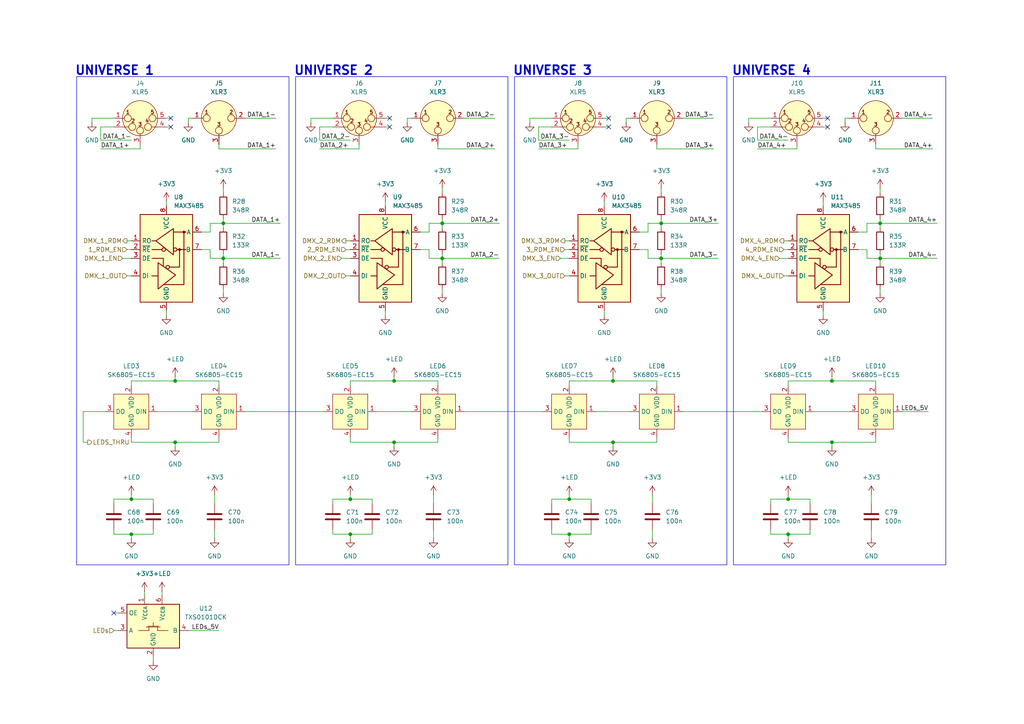
<source format=kicad_sch>
(kicad_sch (version 20250114) (generator "eeschema") (generator_version "9.0")
  (paper "A4")
  (title_block (title "GrandNA3_4Port_Node"))
  (lib_symbols
    (symbol "Connector_Audio:XLR3" (pin_names (hide yes))
      (property "Reference" "J" (at 0 8.89 0))
      (property "Value" "XLR3" (at 0 6.35 0))
      (symbol "XLR3_0_1"
        (polyline (pts (xy -5.08 0) (xy -4.572 0)))
        (circle (center -3.556 0) (radius 1.016))
        (circle (center 0 0) (radius 5.08) (fill (type background)))
        (circle (center 0 -3.556) (radius 1.016))
        (polyline (pts (xy 0 -5.08) (xy 0 -4.572)))
        (circle (center 3.556 0) (radius 1.016))
        (polyline (pts (xy 5.08 0) (xy 4.572 0)))
        (text "1" (at -3.556 1.778 0) (effects (font (size 1.016 1.016) (bold yes))))
        (text "3" (at 0 -1.778 0) (effects (font (size 1.016 1.016) (bold yes))))
        (text "2" (at 3.556 1.778 0) (effects (font (size 1.016 1.016) (bold yes))))
        (pin passive line (at -7.62 0 0) (length 2.54) (name "~") (number "1"))
        (pin passive line (at 0 -7.62 90) (length 2.54) (name "~") (number "3"))
        (pin passive line (at 7.62 0 180) (length 2.54) (name "~") (number "2"))
      )
    )
    (symbol "Connector_Audio:XLR5" (pin_names (hide yes))
      (property "Reference" "J" (at 0 8.89 0))
      (property "Value" "XLR5" (at 0 6.35 0))
      (symbol "XLR5_0_1"
        (polyline (pts (xy -5.08 0) (xy -4.572 0)))
        (polyline (pts (xy -5.08 -2.54) (xy -4.445 -2.54)))
        (polyline (pts (xy -4.572 -2.54) (xy -3.302 -2.54)))
        (circle (center -3.556 0) (radius 1.016))
        (circle (center -2.286 -2.54) (radius 1.016))
        (circle (center 0 0) (radius 5.08) (fill (type background)))
        (circle (center 0 -3.556) (radius 1.016))
        (polyline (pts (xy 0 -5.08) (xy 0 -4.572)))
        (circle (center 2.286 -2.54) (radius 1.016))
        (circle (center 3.556 0) (radius 1.016))
        (polyline (pts (xy 4.572 -2.54) (xy 3.302 -2.54)))
        (polyline (pts (xy 5.08 0) (xy 4.572 0)))
        (polyline (pts (xy 5.08 -2.54) (xy 4.445 -2.54)))
        (text "1" (at -3.556 1.778 0) (effects (font (size 1.016 1.016) (bold yes))))
        (text "2" (at -2.032 -0.762 0) (effects (font (size 1.016 1.016) (bold yes))))
        (text "3" (at 0 -1.778 0) (effects (font (size 1.016 1.016) (bold yes))))
        (text "4" (at 2.032 -0.762 0) (effects (font (size 1.016 1.016) (bold yes))))
        (text "5" (at 3.556 1.778 0) (effects (font (size 1.016 1.016) (bold yes))))
      )
      (symbol "XLR5_1_1"
        (pin passive line (at -7.62 0 0) (length 2.54) (name "P1") (number "1"))
        (pin passive line (at -7.62 -2.54 0) (length 2.54) (name "P2") (number "2"))
        (pin passive line (at 0 -7.62 90) (length 2.54) (name "P3") (number "3"))
        (pin passive line (at 7.62 0 180) (length 2.54) (name "P5") (number "5"))
        (pin passive line (at 7.62 -2.54 180) (length 2.54) (name "P3") (number "4"))
      )
    )
    (symbol "Device:C" (pin_numbers (hide yes)) (pin_names (offset 0.254))
      (property "Reference" "C" (at 0.635 2.54 0))
      (property "Value" "C" (at 0.635 -2.54 0))
      (symbol "C_0_1"
        (polyline (pts (xy -2.032 0.762) (xy 2.032 0.762)) (stroke (width 0.508)))
        (polyline (pts (xy -2.032 -0.762) (xy 2.032 -0.762)) (stroke (width 0.508)))
      )
      (symbol "C_1_1"
        (pin passive line (at 0 3.81 270) (length 2.794) (name "~") (number "1"))
        (pin passive line (at 0 -3.81 90) (length 2.794) (name "~") (number "2"))
      )
    )
    (symbol "Device:R" (pin_numbers (hide yes)) (pin_names (offset 0))
      (property "Reference" "R" (at 2.032 0 90))
      (property "Value" "R" (at 0 0 90))
      (symbol "R_0_1"
        (rectangle (start -1.016 -2.54) (end 1.016 2.54) (stroke (width 0.254)))
      )
      (symbol "R_1_1"
        (pin passive line (at 0 3.81 270) (length 1.27) (name "~") (number "1"))
        (pin passive line (at 0 -3.81 90) (length 1.27) (name "~") (number "2"))
      )
    )
    (symbol "Interface_UART:MAX3485"
      (property "Reference" "U" (at -6.985 13.97 0))
      (property "Value" "MAX3485" (at 1.905 13.97 0))
      (symbol "MAX3485_0_1"
        (rectangle (start -7.62 12.7) (end 7.62 -12.7) (stroke (width 0.254)) (fill (type background)))
        (polyline (pts (xy -4.191 2.54) (xy -1.27 2.54)) (stroke (width 0.254)))
        (polyline (pts (xy -4.191 0) (xy -0.889 0) (xy -0.889 -2.286)) (stroke (width 0.254)))
        (polyline (pts (xy -3.175 5.08) (xy -4.191 5.08) (xy -4.064 5.08)) (stroke (width 0.254)))
        (polyline (pts (xy -2.54 -5.08) (xy -4.191 -5.08)) (stroke (width 0.254)))
        (polyline (pts (xy -2.413 -5.08) (xy -2.413 -1.27) (xy 2.667 -4.826) (xy -2.413 -8.89) (xy -2.413 -5.08)) (stroke (width 0.254)))
        (polyline (pts (xy -0.635 -7.62) (xy 5.08 -7.62)) (stroke (width 0.254)))
        (circle (center 0.381 -2.54) (radius 0.508) (stroke (width 0.254)))
        (polyline (pts (xy 0.889 -2.54) (xy 3.81 -2.54)) (stroke (width 0.254)))
        (polyline (pts (xy 2.032 7.62) (xy 5.715 7.62)) (stroke (width 0.254)))
        (polyline (pts (xy 3.048 2.54) (xy 5.715 2.54)) (stroke (width 0.254)))
        (circle (center 3.81 2.54) (radius 0.2794) (stroke (width 0.254)) (fill (type outline)))
        (polyline (pts (xy 3.81 -2.54) (xy 3.81 2.54)) (stroke (width 0.254)))
        (polyline (pts (xy 5.08 -7.62) (xy 5.08 7.62)) (stroke (width 0.254)))
      )
      (symbol "MAX3485_1_1"
        (circle (center -0.762 2.54) (radius 0.508) (stroke (width 0.254)))
        (polyline (pts (xy 2.032 4.826) (xy 2.032 8.636) (xy -3.048 5.08) (xy 2.032 1.016) (xy 2.032 4.826)) (stroke (width 0.254)))
        (circle (center 2.54 2.54) (radius 0.508) (stroke (width 0.254)))
        (circle (center 5.08 7.62) (radius 0.2794) (stroke (width 0.254)) (fill (type outline)))
        (pin output line (at -10.16 5.08 0) (length 2.54) (name "RO") (number "1"))
        (pin input line (at -10.16 2.54 0) (length 2.54) (name "~{RE}") (number "2"))
        (pin input line (at -10.16 0 0) (length 2.54) (name "DE") (number "3"))
        (pin input line (at -10.16 -5.08 0) (length 2.54) (name "DI") (number "4"))
        (pin power_in line (at 0 15.24 270) (length 2.54) (name "VCC") (number "8"))
        (pin power_in line (at 0 -15.24 90) (length 2.54) (name "GND") (number "5"))
        (pin bidirectional line (at 10.16 7.62 180) (length 2.54) (name "A") (number "6"))
        (pin bidirectional line (at 10.16 2.54 180) (length 2.54) (name "B") (number "7"))
      )
    )
    (symbol "LCSC:SK6805-EC15"
      (property "Reference" "LED" (at -6.35 7.112 0))
      (property "Value" "SK6805-EC15" (at 0 -6.35 0))
      (symbol "SK6805-EC15_0_1"
        (rectangle (start -5.08 5.08) (end 5.08 -5.08) (fill (type background)))
        (pin unspecified line (at -7.62 0 0) (length 2.54) (name "DIN") (number "1"))
        (pin unspecified line (at 0 7.62 270) (length 2.54) (name "VDD") (number "2"))
        (pin unspecified line (at 0 -7.62 90) (length 2.54) (name "GND") (number "4"))
      )
      (symbol "SK6805-EC15_1_1"
        (pin unspecified line (at 7.62 0 180) (length 2.54) (name "DO") (number "3"))
      )
    )
    (symbol "Logic_LevelTranslator:TXS0101DCK"
      (property "Reference" "U12" (at 15.24 8.9602 0))
      (property "Value" "TXS0101DCK" (at 15.24 6.4202 0))
      (symbol "TXS0101DCK_0_1"
        (rectangle (start -7.62 10.16) (end 7.62 -2.54) (stroke (width 0.254)) (fill (type background)))
      )
      (symbol "TXS0101DCK_1_1"
        (polyline (pts (xy -4.318 2.54) (xy -1.27 2.54)))
        (polyline (pts (xy -2.032 3.556) (xy 2.032 3.556)))
        (polyline (pts (xy -1.524 3.81) (xy 1.524 3.81)))
        (polyline (pts (xy -1.27 2.54) (xy -1.27 3.556)))
        (polyline (pts (xy 0 3.81) (xy 0 4.826)))
        (polyline (pts (xy 1.27 2.54) (xy 1.27 3.556)))
        (polyline (pts (xy 4.318 2.54) (xy 1.27 2.54)))
        (pin input line (at -10.16 7.62 0) (length 2.54) (name "OE") (number "5"))
        (pin bidirectional line (at -10.16 2.54 0) (length 2.54) (name "A") (number "3"))
        (pin power_in line (at -2.54 12.7 270) (length 2.54) (name "V_{CCA}") (number "1"))
        (pin power_in line (at 0 -5.08 90) (length 2.54) (name "GND") (number "2"))
        (pin power_in line (at 2.54 12.7 270) (length 2.54) (name "V_{CCB}") (number "6"))
        (pin bidirectional line (at 10.16 2.54 180) (length 2.54) (name "B") (number "4"))
      )
    )
    (symbol "power:+3V3" (power) (pin_numbers (hide yes)) (pin_names (offset 0) (hide yes))
      (property "Value" "+3V3" (at 0 3.556 0))
      (symbol "+3V3_0_1"
        (polyline (pts (xy -0.762 1.27) (xy 0 2.54)))
        (polyline (pts (xy 0 2.54) (xy 0.762 1.27)))
        (polyline (pts (xy 0 0) (xy 0 2.54)))
      )
      (symbol "+3V3_1_1"
        (pin power_in line (at 0 0 90) (length 0) (name "~") (number "1"))
      )
    )
    (symbol "power:GND" (power) (pin_numbers (hide yes)) (pin_names (offset 0) (hide yes))
      (property "Value" "GND" (at 0 -3.81 0))
      (symbol "GND_0_1"
        (polyline (pts (xy 0 0) (xy 0 -1.27) (xy 1.27 -1.27) (xy 0 -2.54) (xy -1.27 -1.27) (xy 0 -1.27)))
      )
      (symbol "GND_1_1"
        (pin power_in line (at 0 0 270) (length 0) (name "~") (number "1"))
      )
    )
    (symbol "power:VD" (power) (pin_numbers (hide yes)) (pin_names (offset 0) (hide yes))
      (property "Value" "VD" (at 0 3.556 0))
      (symbol "VD_0_1"
        (polyline (pts (xy -0.762 1.27) (xy 0 2.54)))
        (polyline (pts (xy 0 2.54) (xy 0.762 1.27)))
        (polyline (pts (xy 0 0) (xy 0 2.54)))
      )
      (symbol "VD_1_1"
        (pin power_in line (at 0 0 90) (length 0) (name "~") (number "1"))
      )
    )
  )
  (rectangle (start 22.225 22.225) (end 83.82 163.83))
  (rectangle (start 149.225 22.225) (end 210.82 163.83))
  (rectangle (start 85.725 22.225) (end 147.32 163.83))
  (rectangle (start 212.725 22.225) (end 274.32 163.83))
  (text "UNIVERSE 1" (at 33.274 20.574 0) (effects (font (size 2.54 2.54) (thickness 0.508) (bold yes))))
  (text "UNIVERSE 3" (at 160.274 20.574 0) (effects (font (size 2.54 2.54) (thickness 0.508) (bold yes))))
  (text "UNIVERSE 4" (at 223.774 20.574 0) (effects (font (size 2.54 2.54) (thickness 0.508) (bold yes))))
  (text "UNIVERSE 2" (at 96.774 20.574 0) (effects (font (size 2.54 2.54) (thickness 0.508) (bold yes))))
  (junction (at 241.3 110.49))
  (junction (at 50.8 110.49))
  (junction (at 128.27 64.77))
  (junction (at 177.8 128.27))
  (junction (at 38.1 144.78))
  (junction (at 64.77 64.77))
  (junction (at 101.6 154.94))
  (junction (at 165.1 154.94))
  (junction (at 101.6 144.78))
  (junction (at 255.27 74.93))
  (junction (at 191.77 74.93))
  (junction (at 50.8 128.27))
  (junction (at 128.27 74.93))
  (junction (at 255.27 64.77))
  (junction (at 64.77 74.93))
  (junction (at 114.3 110.49))
  (junction (at 38.1 154.94))
  (junction (at 177.8 110.49))
  (junction (at 228.6 154.94))
  (junction (at 114.3 128.27))
  (junction (at 191.77 64.77))
  (junction (at 228.6 144.78))
  (junction (at 165.1 144.78))
  (junction (at 241.3 128.27))
  (no_connect (at 176.53 34.29))
  (no_connect (at 240.03 34.29))
  (no_connect (at 33.02 177.8))
  (no_connect (at 49.53 36.83))
  (no_connect (at 176.53 36.83))
  (no_connect (at 113.03 34.29))
  (no_connect (at 49.53 34.29))
  (no_connect (at 113.03 36.83))
  (no_connect (at 240.03 36.83))
  (wire (pts (xy 165.1 128.27) (xy 165.1 127)))
  (wire (pts (xy 38.1 154.94) (xy 44.45 154.94)))
  (wire (pts (xy 96.52 154.94) (xy 101.6 154.94)))
  (wire (pts (xy 191.77 85.09) (xy 191.77 83.82)))
  (wire (pts (xy 191.77 64.77) (xy 208.28 64.77)))
  (wire (pts (xy 241.3 109.22) (xy 241.3 110.49)))
  (wire (pts (xy 111.76 34.29) (xy 113.03 34.29)))
  (wire (pts (xy 248.92 72.39) (xy 251.46 72.39)))
  (wire (pts (xy 60.96 64.77) (xy 64.77 64.77)))
  (wire (pts (xy 54.61 34.29) (xy 55.88 34.29)))
  (wire (pts (xy 191.77 74.93) (xy 208.28 74.93)))
  (wire (pts (xy 118.11 34.29) (xy 118.11 35.56)))
  (wire (pts (xy 48.26 36.83) (xy 49.53 36.83)))
  (wire (pts (xy 36.83 72.39) (xy 38.1 72.39)))
  (wire (pts (xy 44.45 146.05) (xy 44.45 144.78)))
  (wire (pts (xy 54.61 34.29) (xy 54.61 35.56)))
  (wire (pts (xy 92.71 36.83) (xy 96.52 36.83)))
  (wire (pts (xy 63.5 110.49) (xy 63.5 111.76)))
  (wire (pts (xy 254 127) (xy 254 128.27)))
  (wire (pts (xy 175.26 58.42) (xy 175.26 59.69)))
  (wire (pts (xy 48.26 58.42) (xy 48.26 59.69)))
  (wire (pts (xy 128.27 63.5) (xy 128.27 64.77)))
  (wire (pts (xy 90.17 35.56) (xy 90.17 34.29)))
  (wire (pts (xy 24.13 128.27) (xy 25.4 128.27)))
  (wire (pts (xy 35.56 74.93) (xy 38.1 74.93)))
  (wire (pts (xy 60.96 72.39) (xy 60.96 74.93)))
  (wire (pts (xy 177.8 110.49) (xy 190.5 110.49)))
  (wire (pts (xy 124.46 74.93) (xy 128.27 74.93)))
  (wire (pts (xy 254 128.27) (xy 241.3 128.27)))
  (wire (pts (xy 99.06 74.93) (xy 101.6 74.93)))
  (wire (pts (xy 241.3 129.54) (xy 241.3 128.27)))
  (wire (pts (xy 175.26 91.44) (xy 175.26 90.17)))
  (wire (pts (xy 80.01 43.18) (xy 63.5 43.18)))
  (wire (pts (xy 191.77 74.93) (xy 191.77 73.66)))
  (wire (pts (xy 238.76 58.42) (xy 238.76 59.69)))
  (wire (pts (xy 124.46 67.31) (xy 124.46 64.77)))
  (wire (pts (xy 165.1 154.94) (xy 171.45 154.94)))
  (wire (pts (xy 45.72 119.38) (xy 55.88 119.38)))
  (wire (pts (xy 50.8 109.22) (xy 50.8 110.49)))
  (wire (pts (xy 101.6 128.27) (xy 101.6 127)))
  (wire (pts (xy 100.33 80.01) (xy 101.6 80.01)))
  (wire (pts (xy 62.23 156.21) (xy 62.23 153.67)))
  (wire (pts (xy 100.33 69.85) (xy 101.6 69.85)))
  (wire (pts (xy 228.6 144.78) (xy 223.52 144.78)))
  (wire (pts (xy 181.61 34.29) (xy 181.61 35.56)))
  (wire (pts (xy 251.46 74.93) (xy 255.27 74.93)))
  (wire (pts (xy 33.02 144.78) (xy 33.02 146.05)))
  (wire (pts (xy 107.95 144.78) (xy 101.6 144.78)))
  (wire (pts (xy 165.1 111.76) (xy 165.1 110.49)))
  (wire (pts (xy 261.62 34.29) (xy 270.51 34.29)))
  (wire (pts (xy 190.5 110.49) (xy 190.5 111.76)))
  (wire (pts (xy 187.96 72.39) (xy 187.96 74.93)))
  (wire (pts (xy 190.5 128.27) (xy 177.8 128.27)))
  (wire (pts (xy 64.77 74.93) (xy 64.77 73.66)))
  (wire (pts (xy 121.92 67.31) (xy 124.46 67.31)))
  (wire (pts (xy 198.12 34.29) (xy 207.01 34.29)))
  (wire (pts (xy 255.27 74.93) (xy 255.27 76.2)))
  (wire (pts (xy 124.46 64.77) (xy 128.27 64.77)))
  (wire (pts (xy 33.02 154.94) (xy 33.02 153.67)))
  (wire (pts (xy 160.02 154.94) (xy 165.1 154.94)))
  (wire (pts (xy 219.71 43.18) (xy 231.14 43.18)))
  (wire (pts (xy 107.95 154.94) (xy 107.95 153.67)))
  (wire (pts (xy 38.1 143.51) (xy 38.1 144.78)))
  (wire (pts (xy 172.72 119.38) (xy 182.88 119.38)))
  (wire (pts (xy 60.96 67.31) (xy 60.96 64.77)))
  (wire (pts (xy 44.45 144.78) (xy 38.1 144.78)))
  (wire (pts (xy 255.27 85.09) (xy 255.27 83.82)))
  (wire (pts (xy 38.1 144.78) (xy 33.02 144.78)))
  (wire (pts (xy 64.77 74.93) (xy 81.28 74.93)))
  (wire (pts (xy 255.27 63.5) (xy 255.27 64.77)))
  (wire (pts (xy 36.83 69.85) (xy 38.1 69.85)))
  (wire (pts (xy 227.33 69.85) (xy 228.6 69.85)))
  (wire (pts (xy 156.21 43.18) (xy 167.64 43.18)))
  (wire (pts (xy 92.71 43.18) (xy 104.14 43.18)))
  (wire (pts (xy 219.71 36.83) (xy 223.52 36.83)))
  (wire (pts (xy 101.6 111.76) (xy 101.6 110.49)))
  (wire (pts (xy 223.52 154.94) (xy 223.52 153.67)))
  (wire (pts (xy 63.5 128.27) (xy 50.8 128.27)))
  (wire (pts (xy 156.21 40.64) (xy 156.21 36.83)))
  (wire (pts (xy 128.27 64.77) (xy 128.27 66.04)))
  (wire (pts (xy 127 43.18) (xy 127 41.91)))
  (wire (pts (xy 255.27 74.93) (xy 271.78 74.93)))
  (wire (pts (xy 248.92 67.31) (xy 251.46 67.31)))
  (wire (pts (xy 114.3 109.22) (xy 114.3 110.49)))
  (wire (pts (xy 238.76 34.29) (xy 240.03 34.29)))
  (wire (pts (xy 238.76 36.83) (xy 240.03 36.83)))
  (wire (pts (xy 255.27 64.77) (xy 255.27 66.04)))
  (wire (pts (xy 64.77 54.61) (xy 64.77 55.88)))
  (wire (pts (xy 234.95 154.94) (xy 234.95 153.67)))
  (wire (pts (xy 127 110.49) (xy 127 111.76)))
  (wire (pts (xy 64.77 64.77) (xy 81.28 64.77)))
  (wire (pts (xy 231.14 43.18) (xy 231.14 41.91)))
  (wire (pts (xy 269.24 119.38) (xy 261.62 119.38)))
  (wire (pts (xy 36.83 80.01) (xy 38.1 80.01)))
  (wire (pts (xy 33.02 182.88) (xy 34.29 182.88)))
  (wire (pts (xy 118.11 34.29) (xy 119.38 34.29)))
  (wire (pts (xy 111.76 91.44) (xy 111.76 90.17)))
  (wire (pts (xy 153.67 34.29) (xy 160.02 34.29)))
  (wire (pts (xy 48.26 91.44) (xy 48.26 90.17)))
  (wire (pts (xy 252.73 156.21) (xy 252.73 153.67)))
  (wire (pts (xy 29.21 43.18) (xy 40.64 43.18)))
  (wire (pts (xy 234.95 146.05) (xy 234.95 144.78)))
  (wire (pts (xy 58.42 67.31) (xy 60.96 67.31)))
  (wire (pts (xy 128.27 74.93) (xy 128.27 76.2)))
  (wire (pts (xy 46.99 171.45) (xy 46.99 172.72)))
  (wire (pts (xy 156.21 36.83) (xy 160.02 36.83)))
  (wire (pts (xy 128.27 85.09) (xy 128.27 83.82)))
  (wire (pts (xy 64.77 63.5) (xy 64.77 64.77)))
  (wire (pts (xy 191.77 54.61) (xy 191.77 55.88)))
  (wire (pts (xy 227.33 72.39) (xy 228.6 72.39)))
  (wire (pts (xy 44.45 191.77) (xy 44.45 190.5)))
  (wire (pts (xy 128.27 74.93) (xy 128.27 73.66)))
  (wire (pts (xy 100.33 72.39) (xy 101.6 72.39)))
  (wire (pts (xy 175.26 34.29) (xy 176.53 34.29)))
  (wire (pts (xy 187.96 67.31) (xy 187.96 64.77)))
  (wire (pts (xy 101.6 154.94) (xy 107.95 154.94)))
  (wire (pts (xy 226.06 74.93) (xy 228.6 74.93)))
  (wire (pts (xy 167.64 43.18) (xy 167.64 41.91)))
  (wire (pts (xy 29.21 36.83) (xy 33.02 36.83)))
  (wire (pts (xy 114.3 129.54) (xy 114.3 128.27)))
  (wire (pts (xy 189.23 143.51) (xy 189.23 146.05)))
  (wire (pts (xy 254 43.18) (xy 254 41.91)))
  (wire (pts (xy 165.1 110.49) (xy 177.8 110.49)))
  (wire (pts (xy 48.26 34.29) (xy 49.53 34.29)))
  (wire (pts (xy 63.5 43.18) (xy 63.5 41.91)))
  (wire (pts (xy 223.52 144.78) (xy 223.52 146.05)))
  (wire (pts (xy 114.3 110.49) (xy 127 110.49)))
  (wire (pts (xy 245.11 34.29) (xy 245.11 35.56)))
  (wire (pts (xy 92.71 40.64) (xy 92.71 36.83)))
  (wire (pts (xy 228.6 110.49) (xy 241.3 110.49)))
  (wire (pts (xy 185.42 67.31) (xy 187.96 67.31)))
  (wire (pts (xy 219.71 40.64) (xy 219.71 36.83)))
  (wire (pts (xy 223.52 154.94) (xy 228.6 154.94)))
  (wire (pts (xy 29.21 40.64) (xy 29.21 36.83)))
  (wire (pts (xy 162.56 74.93) (xy 165.1 74.93)))
  (wire (pts (xy 24.13 128.27) (xy 24.13 119.38)))
  (wire (pts (xy 187.96 64.77) (xy 191.77 64.77)))
  (wire (pts (xy 143.51 43.18) (xy 127 43.18)))
  (wire (pts (xy 33.02 154.94) (xy 38.1 154.94)))
  (wire (pts (xy 134.62 34.29) (xy 143.51 34.29)))
  (wire (pts (xy 228.6 156.21) (xy 228.6 154.94)))
  (wire (pts (xy 125.73 143.51) (xy 125.73 146.05)))
  (wire (pts (xy 177.8 129.54) (xy 177.8 128.27)))
  (wire (pts (xy 228.6 40.64) (xy 219.71 40.64)))
  (wire (pts (xy 50.8 110.49) (xy 63.5 110.49)))
  (wire (pts (xy 38.1 128.27) (xy 38.1 127)))
  (wire (pts (xy 38.1 40.64) (xy 29.21 40.64)))
  (wire (pts (xy 241.3 110.49) (xy 254 110.49)))
  (wire (pts (xy 190.5 43.18) (xy 190.5 41.91)))
  (wire (pts (xy 111.76 58.42) (xy 111.76 59.69)))
  (wire (pts (xy 227.33 80.01) (xy 228.6 80.01)))
  (wire (pts (xy 160.02 154.94) (xy 160.02 153.67)))
  (wire (pts (xy 255.27 54.61) (xy 255.27 55.88)))
  (wire (pts (xy 134.62 119.38) (xy 157.48 119.38)))
  (wire (pts (xy 153.67 35.56) (xy 153.67 34.29)))
  (wire (pts (xy 181.61 34.29) (xy 182.88 34.29)))
  (wire (pts (xy 127 128.27) (xy 114.3 128.27)))
  (wire (pts (xy 251.46 64.77) (xy 255.27 64.77)))
  (wire (pts (xy 228.6 154.94) (xy 234.95 154.94)))
  (wire (pts (xy 124.46 72.39) (xy 124.46 74.93)))
  (wire (pts (xy 40.64 43.18) (xy 40.64 41.91)))
  (wire (pts (xy 50.8 128.27) (xy 38.1 128.27)))
  (wire (pts (xy 41.91 171.45) (xy 41.91 172.72)))
  (wire (pts (xy 236.22 119.38) (xy 246.38 119.38)))
  (wire (pts (xy 44.45 154.94) (xy 44.45 153.67)))
  (wire (pts (xy 175.26 36.83) (xy 176.53 36.83)))
  (wire (pts (xy 171.45 144.78) (xy 165.1 144.78)))
  (wire (pts (xy 238.76 91.44) (xy 238.76 90.17)))
  (wire (pts (xy 207.01 43.18) (xy 190.5 43.18)))
  (wire (pts (xy 101.6 110.49) (xy 114.3 110.49)))
  (wire (pts (xy 234.95 144.78) (xy 228.6 144.78)))
  (wire (pts (xy 255.27 74.93) (xy 255.27 73.66)))
  (wire (pts (xy 255.27 64.77) (xy 271.78 64.77)))
  (wire (pts (xy 60.96 74.93) (xy 64.77 74.93)))
  (wire (pts (xy 245.11 34.29) (xy 246.38 34.29)))
  (wire (pts (xy 185.42 72.39) (xy 187.96 72.39)))
  (wire (pts (xy 163.83 80.01) (xy 165.1 80.01)))
  (wire (pts (xy 252.73 143.51) (xy 252.73 146.05)))
  (wire (pts (xy 163.83 69.85) (xy 165.1 69.85)))
  (wire (pts (xy 38.1 111.76) (xy 38.1 110.49)))
  (wire (pts (xy 171.45 146.05) (xy 171.45 144.78)))
  (wire (pts (xy 38.1 156.21) (xy 38.1 154.94)))
  (wire (pts (xy 114.3 128.27) (xy 101.6 128.27)))
  (wire (pts (xy 191.77 64.77) (xy 191.77 66.04)))
  (wire (pts (xy 64.77 74.93) (xy 64.77 76.2)))
  (wire (pts (xy 241.3 128.27) (xy 228.6 128.27)))
  (wire (pts (xy 171.45 154.94) (xy 171.45 153.67)))
  (wire (pts (xy 190.5 127) (xy 190.5 128.27)))
  (wire (pts (xy 165.1 156.21) (xy 165.1 154.94)))
  (wire (pts (xy 191.77 74.93) (xy 191.77 76.2)))
  (wire (pts (xy 189.23 156.21) (xy 189.23 153.67)))
  (wire (pts (xy 104.14 43.18) (xy 104.14 41.91)))
  (wire (pts (xy 96.52 154.94) (xy 96.52 153.67)))
  (wire (pts (xy 71.12 119.38) (xy 93.98 119.38)))
  (wire (pts (xy 101.6 40.64) (xy 92.71 40.64)))
  (wire (pts (xy 217.17 35.56) (xy 217.17 34.29)))
  (wire (pts (xy 38.1 110.49) (xy 50.8 110.49)))
  (wire (pts (xy 33.02 177.8) (xy 34.29 177.8)))
  (wire (pts (xy 128.27 54.61) (xy 128.27 55.88)))
  (wire (pts (xy 71.12 34.29) (xy 80.01 34.29)))
  (wire (pts (xy 64.77 85.09) (xy 64.77 83.82)))
  (wire (pts (xy 90.17 34.29) (xy 96.52 34.29)))
  (wire (pts (xy 165.1 40.64) (xy 156.21 40.64)))
  (wire (pts (xy 109.22 119.38) (xy 119.38 119.38)))
  (wire (pts (xy 58.42 72.39) (xy 60.96 72.39)))
  (wire (pts (xy 165.1 143.51) (xy 165.1 144.78)))
  (wire (pts (xy 26.67 35.56) (xy 26.67 34.29)))
  (wire (pts (xy 125.73 156.21) (xy 125.73 153.67)))
  (wire (pts (xy 187.96 74.93) (xy 191.77 74.93)))
  (wire (pts (xy 101.6 144.78) (xy 96.52 144.78)))
  (wire (pts (xy 251.46 72.39) (xy 251.46 74.93)))
  (wire (pts (xy 128.27 74.93) (xy 144.78 74.93)))
  (wire (pts (xy 228.6 143.51) (xy 228.6 144.78)))
  (wire (pts (xy 128.27 64.77) (xy 144.78 64.77)))
  (wire (pts (xy 270.51 43.18) (xy 254 43.18)))
  (wire (pts (xy 228.6 111.76) (xy 228.6 110.49)))
  (wire (pts (xy 107.95 146.05) (xy 107.95 144.78)))
  (wire (pts (xy 26.67 34.29) (xy 33.02 34.29)))
  (wire (pts (xy 64.77 64.77) (xy 64.77 66.04)))
  (wire (pts (xy 50.8 129.54) (xy 50.8 128.27)))
  (wire (pts (xy 177.8 128.27) (xy 165.1 128.27)))
  (wire (pts (xy 62.23 143.51) (xy 62.23 146.05)))
  (wire (pts (xy 63.5 127) (xy 63.5 128.27)))
  (wire (pts (xy 96.52 144.78) (xy 96.52 146.05)))
  (wire (pts (xy 63.5 182.88) (xy 54.61 182.88)))
  (wire (pts (xy 228.6 128.27) (xy 228.6 127)))
  (wire (pts (xy 177.8 109.22) (xy 177.8 110.49)))
  (wire (pts (xy 101.6 143.51) (xy 101.6 144.78)))
  (wire (pts (xy 111.76 36.83) (xy 113.03 36.83)))
  (wire (pts (xy 198.12 119.38) (xy 220.98 119.38)))
  (wire (pts (xy 191.77 63.5) (xy 191.77 64.77)))
  (wire (pts (xy 254 110.49) (xy 254 111.76)))
  (wire (pts (xy 165.1 144.78) (xy 160.02 144.78)))
  (wire (pts (xy 251.46 67.31) (xy 251.46 64.77)))
  (wire (pts (xy 160.02 144.78) (xy 160.02 146.05)))
  (wire (pts (xy 127 127) (xy 127 128.27)))
  (wire (pts (xy 101.6 156.21) (xy 101.6 154.94)))
  (wire (pts (xy 121.92 72.39) (xy 124.46 72.39)))
  (wire (pts (xy 217.17 34.29) (xy 223.52 34.29)))
  (wire (pts (xy 163.83 72.39) (xy 165.1 72.39)))
  (wire (pts (xy 24.13 119.38) (xy 30.48 119.38)))
  (label "DATA_2+" (at 143.51 43.18 180))
  (label "DATA_3-" (at 207.01 34.29 180))
  (label "LEDs_5V" (at 63.5 182.88 180))
  (label "DATA_4+" (at 219.71 43.18 0))
  (label "DATA_4-" (at 228.6 40.64 180))
  (label "LEDs_5V" (at 269.24 119.38 180))
  (label "DATA_2+" (at 144.78 64.77 180))
  (label "DATA_3-" (at 208.28 74.93 180))
  (label "DATA_2+" (at 92.71 43.18 0))
  (label "DATA_4+" (at 270.51 43.18 180))
  (label "DATA_4-" (at 271.78 74.93 180))
  (label "DATA_1+" (at 29.21 43.18 0))
  (label "DATA_1+" (at 81.28 64.77 180))
  (label "DATA_3+" (at 207.01 43.18 180))
  (label "DATA_3-" (at 165.1 40.64 180))
  (label "DATA_1+" (at 80.01 43.18 180))
  (label "DATA_4-" (at 270.51 34.29 180))
  (label "DATA_3+" (at 208.28 64.77 180))
  (label "DATA_2-" (at 143.51 34.29 180))
  (label "DATA_2-" (at 144.78 74.93 180))
  (label "DATA_4+" (at 271.78 64.77 180))
  (label "DATA_1-" (at 38.1 40.64 180))
  (label "DATA_2-" (at 101.6 40.64 180))
  (label "DATA_1-" (at 80.01 34.29 180))
  (label "DATA_3+" (at 156.21 43.18 0))
  (label "DATA_1-" (at 81.28 74.93 180))
  (hierarchical_label "1_RDM_EN" (shape input) (at 36.83 72.39 180))
  (hierarchical_label "DMX_3_OUT" (shape input) (at 163.83 80.01 180))
  (hierarchical_label "DMX_2_OUT" (shape input) (at 100.33 80.01 180))
  (hierarchical_label "2_RDM_EN" (shape input) (at 100.33 72.39 180))
  (hierarchical_label "LEDs" (shape input) (at 33.02 182.88 180))
  (hierarchical_label "DMX_1_EN" (shape input) (at 35.56 74.93 180))
  (hierarchical_label "DMX_3_RDM" (shape output) (at 163.83 69.85 180))
  (hierarchical_label "DMX_2_EN" (shape input) (at 99.06 74.93 180))
  (hierarchical_label "DMX_4_OUT" (shape input) (at 227.33 80.01 180))
  (hierarchical_label "DMX_4_RDM" (shape output) (at 227.33 69.85 180))
  (hierarchical_label "DMX_4_EN" (shape input) (at 226.06 74.93 180))
  (hierarchical_label "LEDS_THRU" (shape output) (at 25.4 128.27 0))
  (hierarchical_label "DMX_1_RDM" (shape output) (at 36.83 69.85 180))
  (hierarchical_label "3_RDM_EN" (shape input) (at 163.83 72.39 180))
  (hierarchical_label "DMX_3_EN" (shape input) (at 162.56 74.93 180))
  (hierarchical_label "DMX_2_RDM" (shape output) (at 100.33 69.85 180))
  (hierarchical_label "4_RDM_EN" (shape input) (at 227.33 72.39 180))
  (hierarchical_label "DMX_1_OUT" (shape input) (at 36.83 80.01 180))
  (symbol (lib_id "Device:C") (at 171.45 149.86 0) (unit 1)
    (property "Reference" "C75" (at 175.26 148.5899 0) (effects (justify left)))
    (property "Value" "100n" (at 175.26 151.1299 0) (effects (justify left)))
    (property "Footprint" "Capacitor_SMD:C_0603_1608Metric" (effects (hide yes)))
    (property "Description" "Unpolarized capacitor" (effects (hide yes)))
  )
  (symbol (lib_id "Device:C") (at 33.02 149.86 0) (unit 1)
    (property "Reference" "C68" (at 36.83 148.5899 0) (effects (justify left)))
    (property "Value" "100n" (at 36.83 151.1299 0) (effects (justify left)))
    (property "Footprint" "Capacitor_SMD:C_0603_1608Metric" (effects (hide yes)))
    (property "Description" "Unpolarized capacitor" (effects (hide yes)))
  )
  (symbol (lib_id "Connector_Audio:XLR5") (at 231.14 34.29 0) (unit 1)
    (property "Reference" "J10" (at 231.14 24.13 0))
    (property "Value" "XLR5" (at 231.14 26.67 0))
    (property "Footprint" "Selfmade:NC5FAH1-LR-DAE" (effects (hide yes)))
    (property "Description" "XLR Connector, Male or Female, 5 Pins" (effects (hide yes)))
  )
  (symbol (lib_id "power:+3V3") (at 41.91 171.45 0) (unit 1)
    (property "Reference" "#PWR0110" (effects (hide yes)))
    (property "Value" "+3V3" (at 41.91 166.37 0))
    (property "Description" "Power symbol creates a global label with name \"+3V3\"" (effects (hide yes)))
  )
  (symbol (lib_id "Device:R") (at 128.27 69.85 0) (unit 1)
    (property "Reference" "R33" (at 130.81 68.5799 0) (effects (justify left)))
    (property "Value" "133R" (at 130.81 71.1199 0) (effects (justify left)))
    (property "Footprint" "Resistor_SMD:R_0603_1608Metric" (effects (hide yes)))
    (property "Description" "Resistor" (effects (hide yes)))
  )
  (symbol (lib_id "LCSC:SK6805-EC15") (at 38.1 119.38 0) (mirror y) (unit 1)
    (property "Reference" "LED3" (at 38.1 106.172 0))
    (property "Value" "SK6805-EC15" (at 38.1 108.712 0))
    (property "Footprint" "LCSC:LED-SMD_4P-L1.5-W1.5-BL" (effects (hide yes)))
    (property "LCSC Part" "C2890035" (effects (hide yes)))
  )
  (symbol (lib_id "Device:R") (at 128.27 59.69 0) (unit 1)
    (property "Reference" "R29" (at 130.81 58.4199 0) (effects (justify left)))
    (property "Value" "348R" (at 130.81 60.9599 0) (effects (justify left)))
    (property "Footprint" "Resistor_SMD:R_0603_1608Metric" (effects (hide yes)))
    (property "Description" "Resistor" (effects (hide yes)))
  )
  (symbol (lib_id "power:GND") (at 101.6 156.21 0) (unit 1)
    (property "Reference" "#PWR0104" (effects (hide yes)))
    (property "Value" "GND" (at 101.6 161.29 0))
    (property "Description" "Power symbol creates a global label with name \"GND\" , ground" (effects (hide yes)))
  )
  (symbol (lib_id "power:GND") (at 153.67 35.56 0) (unit 1)
    (property "Reference" "#PWR066" (effects (hide yes)))
    (property "Value" "GND" (at 153.67 40.64 0))
    (property "Description" "Power symbol creates a global label with name \"GND\" , ground" (effects (hide yes)))
  )
  (symbol (lib_id "power:GND") (at 241.3 129.54 0) (unit 1)
    (property "Reference" "#PWR093" (effects (hide yes)))
    (property "Value" "GND" (at 241.3 134.62 0))
    (property "Description" "Power symbol creates a global label with name \"GND\" , ground" (effects (hide yes)))
  )
  (symbol (lib_id "power:+3V3") (at 111.76 58.42 0) (unit 1)
    (property "Reference" "#PWR075" (effects (hide yes)))
    (property "Value" "+3V3" (at 111.76 53.34 0))
    (property "Description" "Power symbol creates a global label with name \"+3V3\"" (effects (hide yes)))
  )
  (symbol (lib_id "LCSC:SK6805-EC15") (at 165.1 119.38 0) (mirror y) (unit 1)
    (property "Reference" "LED7" (at 165.1 106.172 0))
    (property "Value" "SK6805-EC15" (at 165.1 108.712 0))
    (property "Footprint" "LCSC:LED-SMD_4P-L1.5-W1.5-BL" (effects (hide yes)))
    (property "LCSC Part" "C2890035" (effects (hide yes)))
  )
  (symbol (lib_id "Connector_Audio:XLR3") (at 190.5 34.29 0) (unit 1)
    (property "Reference" "J9" (at 190.5 24.13 0))
    (property "Value" "XLR3" (at 190.5 26.67 0))
    (property "Footprint" "Selfmade:NC3FAH2-LR-DAE" (effects (hide yes)))
    (property "Description" "XLR Connector, Male or Female, 3 Pins" (effects (hide yes)))
  )
  (symbol (lib_id "Device:R") (at 64.77 69.85 0) (unit 1)
    (property "Reference" "R32" (at 67.31 68.5799 0) (effects (justify left)))
    (property "Value" "133R" (at 67.31 71.1199 0) (effects (justify left)))
    (property "Footprint" "Resistor_SMD:R_0603_1608Metric" (effects (hide yes)))
    (property "Description" "Resistor" (effects (hide yes)))
  )
  (symbol (lib_id "Interface_UART:MAX3485") (at 48.26 74.93 0) (unit 1)
    (property "Reference" "U8" (at 50.4033 57.15 0) (effects (justify left)))
    (property "Value" "MAX3485" (at 50.4033 59.69 0) (effects (justify left)))
    (property "Footprint" "Package_SO:SOIC-8_3.9x4.9mm_P1.27mm" (effects (hide yes)))
    (property "Datasheet" "https://datasheets.maximintegrated.com/en/ds/MAX3483-MAX3491.pdf" (effects (hide yes)))
    (property "Description" "True RS-485/RS-422, 10Mbps, Slew-Rate Limited, with low-power shutdown, with receiver/driver enable, 32 receiver drive capacitity, DIP-8 and SOIC-8" (effects (hide yes)))
  )
  (symbol (lib_id "power:GND") (at 255.27 85.09 0) (unit 1)
    (property "Reference" "#PWR081" (effects (hide yes)))
    (property "Value" "GND" (at 255.27 90.17 0))
    (property "Description" "Power symbol creates a global label with name \"GND\" , ground" (effects (hide yes)))
  )
  (symbol (lib_id "Logic_LevelTranslator:TXS0101DCK") (at 44.45 185.42 0) (unit 1)
    (property "Reference" "U12" (at 59.69 176.4598 0))
    (property "Value" "TXS0101DCK" (at 59.69 178.9998 0))
    (property "Footprint" "Package_TO_SOT_SMD:SOT-363_SC-70-6" (effects (hide yes)))
    (property "Datasheet" "https://www.ti.com/lit/ds/symlink/txs0101.pdf" (effects (hide yes)))
    (property "Description" "1-Bit Bidirectional Voltage-Level Shifter for Open-Drain and Push-Pull Application, SOT-363" (effects (hide yes)))
  )
  (symbol (lib_id "power:GND") (at 44.45 191.77 0) (unit 1)
    (property "Reference" "#PWR0112" (effects (hide yes)))
    (property "Value" "GND" (at 44.45 196.85 0))
    (property "Description" "Power symbol creates a global label with name \"GND\" , ground" (effects (hide yes)))
  )
  (symbol (lib_id "Device:R") (at 128.27 80.01 0) (unit 1)
    (property "Reference" "R37" (at 130.81 78.7399 0) (effects (justify left)))
    (property "Value" "348R" (at 130.81 81.2799 0) (effects (justify left)))
    (property "Footprint" "Resistor_SMD:R_0603_1608Metric" (effects (hide yes)))
    (property "Description" "Resistor" (effects (hide yes)))
  )
  (symbol (lib_id "power:+3V3") (at 252.73 143.51 0) (unit 1)
    (property "Reference" "#PWR0101" (effects (hide yes)))
    (property "Value" "+3V3" (at 252.73 138.43 0))
    (property "Description" "Power symbol creates a global label with name \"+3V3\"" (effects (hide yes)))
  )
  (symbol (lib_id "Device:C") (at 62.23 149.86 0) (unit 1)
    (property "Reference" "C70" (at 66.04 148.5899 0) (effects (justify left)))
    (property "Value" "100n" (at 66.04 151.1299 0) (effects (justify left)))
    (property "Footprint" "Capacitor_SMD:C_0603_1608Metric" (effects (hide yes)))
    (property "Description" "Unpolarized capacitor" (effects (hide yes)))
  )
  (symbol (lib_id "power:+3V3") (at 191.77 54.61 0) (unit 1)
    (property "Reference" "#PWR072" (effects (hide yes)))
    (property "Value" "+3V3" (at 191.77 49.53 0))
    (property "Description" "Power symbol creates a global label with name \"+3V3\"" (effects (hide yes)))
  )
  (symbol (lib_id "power:+3V3") (at 64.77 54.61 0) (unit 1)
    (property "Reference" "#PWR070" (effects (hide yes)))
    (property "Value" "+3V3" (at 64.77 49.53 0))
    (property "Description" "Power symbol creates a global label with name \"+3V3\"" (effects (hide yes)))
  )
  (symbol (lib_id "power:GND") (at 217.17 35.56 0) (unit 1)
    (property "Reference" "#PWR068" (effects (hide yes)))
    (property "Value" "GND" (at 217.17 40.64 0))
    (property "Description" "Power symbol creates a global label with name \"GND\" , ground" (effects (hide yes)))
  )
  (symbol (lib_id "Device:C") (at 189.23 149.86 0) (unit 1)
    (property "Reference" "C76" (at 193.04 148.5899 0) (effects (justify left)))
    (property "Value" "100n" (at 193.04 151.1299 0) (effects (justify left)))
    (property "Footprint" "Capacitor_SMD:C_0603_1608Metric" (effects (hide yes)))
    (property "Description" "Unpolarized capacitor" (effects (hide yes)))
  )
  (symbol (lib_id "LCSC:SK6805-EC15") (at 127 119.38 0) (mirror y) (unit 1)
    (property "Reference" "LED6" (at 127 106.172 0))
    (property "Value" "SK6805-EC15" (at 127 108.712 0))
    (property "Footprint" "LCSC:LED-SMD_4P-L1.5-W1.5-BL" (effects (hide yes)))
    (property "LCSC Part" "C2890035" (effects (hide yes)))
  )
  (symbol (lib_id "power:+3V3") (at 62.23 143.51 0) (unit 1)
    (property "Reference" "#PWR095" (effects (hide yes)))
    (property "Value" "+3V3" (at 62.23 138.43 0))
    (property "Description" "Power symbol creates a global label with name \"+3V3\"" (effects (hide yes)))
  )
  (symbol (lib_id "power:GND") (at 38.1 156.21 0) (unit 1)
    (property "Reference" "#PWR0102" (effects (hide yes)))
    (property "Value" "GND" (at 38.1 161.29 0))
    (property "Description" "Power symbol creates a global label with name \"GND\" , ground" (effects (hide yes)))
  )
  (symbol (lib_id "power:GND") (at 111.76 91.44 0) (unit 1)
    (property "Reference" "#PWR083" (effects (hide yes)))
    (property "Value" "GND" (at 111.76 96.52 0))
    (property "Description" "Power symbol creates a global label with name \"GND\" , ground" (effects (hide yes)))
  )
  (symbol (lib_id "Device:C") (at 96.52 149.86 0) (unit 1)
    (property "Reference" "C71" (at 100.33 148.5899 0) (effects (justify left)))
    (property "Value" "100n" (at 100.33 151.1299 0) (effects (justify left)))
    (property "Footprint" "Capacitor_SMD:C_0603_1608Metric" (effects (hide yes)))
    (property "Description" "Unpolarized capacitor" (effects (hide yes)))
  )
  (symbol (lib_id "Connector_Audio:XLR5") (at 104.14 34.29 0) (unit 1)
    (property "Reference" "J6" (at 104.14 24.13 0))
    (property "Value" "XLR5" (at 104.14 26.67 0))
    (property "Footprint" "Selfmade:NC5FAH1-LR-DAE" (effects (hide yes)))
    (property "Description" "XLR Connector, Male or Female, 5 Pins" (effects (hide yes)))
  )
  (symbol (lib_id "power:GND") (at 90.17 35.56 0) (unit 1)
    (property "Reference" "#PWR064" (effects (hide yes)))
    (property "Value" "GND" (at 90.17 40.64 0))
    (property "Description" "Power symbol creates a global label with name \"GND\" , ground" (effects (hide yes)))
  )
  (symbol (lib_id "power:GND") (at 114.3 129.54 0) (unit 1)
    (property "Reference" "#PWR091" (effects (hide yes)))
    (property "Value" "GND" (at 114.3 134.62 0))
    (property "Description" "Power symbol creates a global label with name \"GND\" , ground" (effects (hide yes)))
  )
  (symbol (lib_id "Device:R") (at 255.27 80.01 0) (unit 1)
    (property "Reference" "R39" (at 257.81 78.7399 0) (effects (justify left)))
    (property "Value" "348R" (at 257.81 81.2799 0) (effects (justify left)))
    (property "Footprint" "Resistor_SMD:R_0603_1608Metric" (effects (hide yes)))
    (property "Description" "Resistor" (effects (hide yes)))
  )
  (symbol (lib_id "power:+3V3") (at 48.26 58.42 0) (unit 1)
    (property "Reference" "#PWR074" (effects (hide yes)))
    (property "Value" "+3V3" (at 48.26 53.34 0))
    (property "Description" "Power symbol creates a global label with name \"+3V3\"" (effects (hide yes)))
  )
  (symbol (lib_id "power:GND") (at 118.11 35.56 0) (unit 1)
    (property "Reference" "#PWR065" (effects (hide yes)))
    (property "Value" "GND" (at 118.11 40.64 0))
    (property "Description" "Power symbol creates a global label with name \"GND\" , ground" (effects (hide yes)))
  )
  (symbol (lib_id "power:GND") (at 128.27 85.09 0) (unit 1)
    (property "Reference" "#PWR079" (effects (hide yes)))
    (property "Value" "GND" (at 128.27 90.17 0))
    (property "Description" "Power symbol creates a global label with name \"GND\" , ground" (effects (hide yes)))
  )
  (symbol (lib_id "LCSC:SK6805-EC15") (at 228.6 119.38 0) (mirror y) (unit 1)
    (property "Reference" "LED9" (at 228.6 106.172 0))
    (property "Value" "SK6805-EC15" (at 228.6 108.712 0))
    (property "Footprint" "LCSC:LED-SMD_4P-L1.5-W1.5-BL" (effects (hide yes)))
    (property "LCSC Part" "C2890035" (effects (hide yes)))
  )
  (symbol (lib_id "power:VD") (at 38.1 143.51 0) (unit 1)
    (property "Reference" "#PWR094" (effects (hide yes)))
    (property "Value" "+LED" (at 38.1 138.43 0))
    (property "Description" "Power symbol creates a global label with name \"VD\"" (effects (hide yes)))
  )
  (symbol (lib_id "Interface_UART:MAX3485") (at 238.76 74.93 0) (unit 1)
    (property "Reference" "U11" (at 240.9033 57.15 0) (effects (justify left)))
    (property "Value" "MAX3485" (at 240.9033 59.69 0) (effects (justify left)))
    (property "Footprint" "Package_SO:SOIC-8_3.9x4.9mm_P1.27mm" (effects (hide yes)))
    (property "Datasheet" "https://datasheets.maximintegrated.com/en/ds/MAX3483-MAX3491.pdf" (effects (hide yes)))
    (property "Description" "True RS-485/RS-422, 10Mbps, Slew-Rate Limited, with low-power shutdown, with receiver/driver enable, 32 receiver drive capacitity, DIP-8 and SOIC-8" (effects (hide yes)))
  )
  (symbol (lib_id "Device:R") (at 64.77 80.01 0) (unit 1)
    (property "Reference" "R36" (at 67.31 78.7399 0) (effects (justify left)))
    (property "Value" "348R" (at 67.31 81.2799 0) (effects (justify left)))
    (property "Footprint" "Resistor_SMD:R_0603_1608Metric" (effects (hide yes)))
    (property "Description" "Resistor" (effects (hide yes)))
  )
  (symbol (lib_id "power:GND") (at 181.61 35.56 0) (unit 1)
    (property "Reference" "#PWR067" (effects (hide yes)))
    (property "Value" "GND" (at 181.61 40.64 0))
    (property "Description" "Power symbol creates a global label with name \"GND\" , ground" (effects (hide yes)))
  )
  (symbol (lib_id "Device:C") (at 107.95 149.86 0) (unit 1)
    (property "Reference" "C72" (at 111.76 148.5899 0) (effects (justify left)))
    (property "Value" "100n" (at 111.76 151.1299 0) (effects (justify left)))
    (property "Footprint" "Capacitor_SMD:C_0603_1608Metric" (effects (hide yes)))
    (property "Description" "Unpolarized capacitor" (effects (hide yes)))
  )
  (symbol (lib_id "Connector_Audio:XLR3") (at 63.5 34.29 0) (unit 1)
    (property "Reference" "J5" (at 63.5 24.13 0))
    (property "Value" "XLR3" (at 63.5 26.67 0))
    (property "Footprint" "Selfmade:NC3FAH2-LR-DAE" (effects (hide yes)))
    (property "Description" "XLR Connector, Male or Female, 3 Pins" (effects (hide yes)))
  )
  (symbol (lib_id "power:GND") (at 64.77 85.09 0) (unit 1)
    (property "Reference" "#PWR078" (effects (hide yes)))
    (property "Value" "GND" (at 64.77 90.17 0))
    (property "Description" "Power symbol creates a global label with name \"GND\" , ground" (effects (hide yes)))
  )
  (symbol (lib_id "Device:C") (at 125.73 149.86 0) (unit 1)
    (property "Reference" "C73" (at 129.54 148.5899 0) (effects (justify left)))
    (property "Value" "100n" (at 129.54 151.1299 0) (effects (justify left)))
    (property "Footprint" "Capacitor_SMD:C_0603_1608Metric" (effects (hide yes)))
    (property "Description" "Unpolarized capacitor" (effects (hide yes)))
  )
  (symbol (lib_id "LCSC:SK6805-EC15") (at 63.5 119.38 0) (mirror y) (unit 1)
    (property "Reference" "LED4" (at 63.5 106.172 0))
    (property "Value" "SK6805-EC15" (at 63.5 108.712 0))
    (property "Footprint" "LCSC:LED-SMD_4P-L1.5-W1.5-BL" (effects (hide yes)))
    (property "LCSC Part" "C2890035" (effects (hide yes)))
  )
  (symbol (lib_id "power:GND") (at 245.11 35.56 0) (unit 1)
    (property "Reference" "#PWR069" (effects (hide yes)))
    (property "Value" "GND" (at 245.11 40.64 0))
    (property "Description" "Power symbol creates a global label with name \"GND\" , ground" (effects (hide yes)))
  )
  (symbol (lib_id "power:VD") (at 114.3 109.22 0) (unit 1)
    (property "Reference" "#PWR087" (effects (hide yes)))
    (property "Value" "+LED" (at 114.3 104.14 0))
    (property "Description" "Power symbol creates a global label with name \"VD\"" (effects (hide yes)))
  )
  (symbol (lib_id "Interface_UART:MAX3485") (at 111.76 74.93 0) (unit 1)
    (property "Reference" "U9" (at 113.9033 57.15 0) (effects (justify left)))
    (property "Value" "MAX3485" (at 113.9033 59.69 0) (effects (justify left)))
    (property "Footprint" "Package_SO:SOIC-8_3.9x4.9mm_P1.27mm" (effects (hide yes)))
    (property "Datasheet" "https://datasheets.maximintegrated.com/en/ds/MAX3483-MAX3491.pdf" (effects (hide yes)))
    (property "Description" "True RS-485/RS-422, 10Mbps, Slew-Rate Limited, with low-power shutdown, with receiver/driver enable, 32 receiver drive capacitity, DIP-8 and SOIC-8" (effects (hide yes)))
  )
  (symbol (lib_id "Device:C") (at 223.52 149.86 0) (unit 1)
    (property "Reference" "C77" (at 227.33 148.5899 0) (effects (justify left)))
    (property "Value" "100n" (at 227.33 151.1299 0) (effects (justify left)))
    (property "Footprint" "Capacitor_SMD:C_0603_1608Metric" (effects (hide yes)))
    (property "Description" "Unpolarized capacitor" (effects (hide yes)))
  )
  (symbol (lib_id "LCSC:SK6805-EC15") (at 190.5 119.38 0) (mirror y) (unit 1)
    (property "Reference" "LED8" (at 190.5 106.172 0))
    (property "Value" "SK6805-EC15" (at 190.5 108.712 0))
    (property "Footprint" "LCSC:LED-SMD_4P-L1.5-W1.5-BL" (effects (hide yes)))
    (property "LCSC Part" "C2890035" (effects (hide yes)))
  )
  (symbol (lib_id "Device:C") (at 252.73 149.86 0) (unit 1)
    (property "Reference" "C79" (at 256.54 148.5899 0) (effects (justify left)))
    (property "Value" "100n" (at 256.54 151.1299 0) (effects (justify left)))
    (property "Footprint" "Capacitor_SMD:C_0603_1608Metric" (effects (hide yes)))
    (property "Description" "Unpolarized capacitor" (effects (hide yes)))
  )
  (symbol (lib_id "power:VD") (at 228.6 143.51 0) (unit 1)
    (property "Reference" "#PWR0100" (effects (hide yes)))
    (property "Value" "+LED" (at 228.6 138.43 0))
    (property "Description" "Power symbol creates a global label with name \"VD\"" (effects (hide yes)))
  )
  (symbol (lib_id "power:GND") (at 62.23 156.21 0) (unit 1)
    (property "Reference" "#PWR0103" (effects (hide yes)))
    (property "Value" "GND" (at 62.23 161.29 0))
    (property "Description" "Power symbol creates a global label with name \"GND\" , ground" (effects (hide yes)))
  )
  (symbol (lib_id "power:GND") (at 26.67 35.56 0) (unit 1)
    (property "Reference" "#PWR062" (effects (hide yes)))
    (property "Value" "GND" (at 26.67 40.64 0))
    (property "Description" "Power symbol creates a global label with name \"GND\" , ground" (effects (hide yes)))
  )
  (symbol (lib_id "power:VD") (at 46.99 171.45 0) (unit 1)
    (property "Reference" "#PWR0111" (effects (hide yes)))
    (property "Value" "+LED" (at 46.99 166.37 0))
    (property "Description" "Power symbol creates a global label with name \"VD\"" (effects (hide yes)))
  )
  (symbol (lib_id "Device:R") (at 255.27 69.85 0) (unit 1)
    (property "Reference" "R35" (at 257.81 68.5799 0) (effects (justify left)))
    (property "Value" "133R" (at 257.81 71.1199 0) (effects (justify left)))
    (property "Footprint" "Resistor_SMD:R_0603_1608Metric" (effects (hide yes)))
    (property "Description" "Resistor" (effects (hide yes)))
  )
  (symbol (lib_id "power:GND") (at 48.26 91.44 0) (unit 1)
    (property "Reference" "#PWR082" (effects (hide yes)))
    (property "Value" "GND" (at 48.26 96.52 0))
    (property "Description" "Power symbol creates a global label with name \"GND\" , ground" (effects (hide yes)))
  )
  (symbol (lib_id "LCSC:SK6805-EC15") (at 101.6 119.38 0) (mirror y) (unit 1)
    (property "Reference" "LED5" (at 101.6 106.172 0))
    (property "Value" "SK6805-EC15" (at 101.6 108.712 0))
    (property "Footprint" "LCSC:LED-SMD_4P-L1.5-W1.5-BL" (effects (hide yes)))
    (property "LCSC Part" "C2890035" (effects (hide yes)))
  )
  (symbol (lib_id "Connector_Audio:XLR5") (at 40.64 34.29 0) (unit 1)
    (property "Reference" "J4" (at 40.64 24.13 0))
    (property "Value" "XLR5" (at 40.64 26.67 0))
    (property "Footprint" "Selfmade:NC5FAH1-LR-DAE" (effects (hide yes)))
    (property "Description" "XLR Connector, Male or Female, 5 Pins" (effects (hide yes)))
  )
  (symbol (lib_id "power:GND") (at 177.8 129.54 0) (unit 1)
    (property "Reference" "#PWR092" (effects (hide yes)))
    (property "Value" "GND" (at 177.8 134.62 0))
    (property "Description" "Power symbol creates a global label with name \"GND\" , ground" (effects (hide yes)))
  )
  (symbol (lib_id "Device:R") (at 191.77 59.69 0) (unit 1)
    (property "Reference" "R30" (at 194.31 58.4199 0) (effects (justify left)))
    (property "Value" "348R" (at 194.31 60.9599 0) (effects (justify left)))
    (property "Footprint" "Resistor_SMD:R_0603_1608Metric" (effects (hide yes)))
    (property "Description" "Resistor" (effects (hide yes)))
  )
  (symbol (lib_id "power:VD") (at 50.8 109.22 0) (unit 1)
    (property "Reference" "#PWR086" (effects (hide yes)))
    (property "Value" "+LED" (at 50.8 104.14 0))
    (property "Description" "Power symbol creates a global label with name \"VD\"" (effects (hide yes)))
  )
  (symbol (lib_id "power:GND") (at 175.26 91.44 0) (unit 1)
    (property "Reference" "#PWR084" (effects (hide yes)))
    (property "Value" "GND" (at 175.26 96.52 0))
    (property "Description" "Power symbol creates a global label with name \"GND\" , ground" (effects (hide yes)))
  )
  (symbol (lib_id "power:GND") (at 165.1 156.21 0) (unit 1)
    (property "Reference" "#PWR0106" (effects (hide yes)))
    (property "Value" "GND" (at 165.1 161.29 0))
    (property "Description" "Power symbol creates a global label with name \"GND\" , ground" (effects (hide yes)))
  )
  (symbol (lib_id "power:+3V3") (at 189.23 143.51 0) (unit 1)
    (property "Reference" "#PWR099" (effects (hide yes)))
    (property "Value" "+3V3" (at 189.23 138.43 0))
    (property "Description" "Power symbol creates a global label with name \"+3V3\"" (effects (hide yes)))
  )
  (symbol (lib_id "power:VD") (at 165.1 143.51 0) (unit 1)
    (property "Reference" "#PWR098" (effects (hide yes)))
    (property "Value" "+LED" (at 165.1 138.43 0))
    (property "Description" "Power symbol creates a global label with name \"VD\"" (effects (hide yes)))
  )
  (symbol (lib_id "power:GND") (at 238.76 91.44 0) (unit 1)
    (property "Reference" "#PWR085" (effects (hide yes)))
    (property "Value" "GND" (at 238.76 96.52 0))
    (property "Description" "Power symbol creates a global label with name \"GND\" , ground" (effects (hide yes)))
  )
  (symbol (lib_id "power:GND") (at 54.61 35.56 0) (unit 1)
    (property "Reference" "#PWR063" (effects (hide yes)))
    (property "Value" "GND" (at 54.61 40.64 0))
    (property "Description" "Power symbol creates a global label with name \"GND\" , ground" (effects (hide yes)))
  )
  (symbol (lib_id "power:VD") (at 241.3 109.22 0) (unit 1)
    (property "Reference" "#PWR089" (effects (hide yes)))
    (property "Value" "+LED" (at 241.3 104.14 0))
    (property "Description" "Power symbol creates a global label with name \"VD\"" (effects (hide yes)))
  )
  (symbol (lib_id "Connector_Audio:XLR3") (at 254 34.29 0) (unit 1)
    (property "Reference" "J11" (at 254 24.13 0))
    (property "Value" "XLR3" (at 254 26.67 0))
    (property "Footprint" "Selfmade:NC3FAH2-LR-DAE" (effects (hide yes)))
    (property "Description" "XLR Connector, Male or Female, 3 Pins" (effects (hide yes)))
  )
  (symbol (lib_id "power:GND") (at 50.8 129.54 0) (unit 1)
    (property "Reference" "#PWR090" (effects (hide yes)))
    (property "Value" "GND" (at 50.8 134.62 0))
    (property "Description" "Power symbol creates a global label with name \"GND\" , ground" (effects (hide yes)))
  )
  (symbol (lib_id "Device:C") (at 44.45 149.86 0) (unit 1)
    (property "Reference" "C69" (at 48.26 148.5899 0) (effects (justify left)))
    (property "Value" "100n" (at 48.26 151.1299 0) (effects (justify left)))
    (property "Footprint" "Capacitor_SMD:C_0603_1608Metric" (effects (hide yes)))
    (property "Description" "Unpolarized capacitor" (effects (hide yes)))
  )
  (symbol (lib_id "Device:R") (at 191.77 69.85 0) (unit 1)
    (property "Reference" "R34" (at 194.31 68.5799 0) (effects (justify left)))
    (property "Value" "133R" (at 194.31 71.1199 0) (effects (justify left)))
    (property "Footprint" "Resistor_SMD:R_0603_1608Metric" (effects (hide yes)))
    (property "Description" "Resistor" (effects (hide yes)))
  )
  (symbol (lib_id "LCSC:SK6805-EC15") (at 254 119.38 0) (mirror y) (unit 1)
    (property "Reference" "LED10" (at 254 106.172 0))
    (property "Value" "SK6805-EC15" (at 254 108.712 0))
    (property "Footprint" "LCSC:LED-SMD_4P-L1.5-W1.5-BL" (effects (hide yes)))
    (property "LCSC Part" "C2890035" (effects (hide yes)))
  )
  (symbol (lib_id "power:VD") (at 177.8 109.22 0) (unit 1)
    (property "Reference" "#PWR088" (effects (hide yes)))
    (property "Value" "+LED" (at 177.8 104.14 0))
    (property "Description" "Power symbol creates a global label with name \"VD\"" (effects (hide yes)))
  )
  (symbol (lib_id "power:GND") (at 125.73 156.21 0) (unit 1)
    (property "Reference" "#PWR0105" (effects (hide yes)))
    (property "Value" "GND" (at 125.73 161.29 0))
    (property "Description" "Power symbol creates a global label with name \"GND\" , ground" (effects (hide yes)))
  )
  (symbol (lib_id "power:GND") (at 189.23 156.21 0) (unit 1)
    (property "Reference" "#PWR0107" (effects (hide yes)))
    (property "Value" "GND" (at 189.23 161.29 0))
    (property "Description" "Power symbol creates a global label with name \"GND\" , ground" (effects (hide yes)))
  )
  (symbol (lib_id "Device:R") (at 64.77 59.69 0) (unit 1)
    (property "Reference" "R28" (at 67.31 58.4199 0) (effects (justify left)))
    (property "Value" "348R" (at 67.31 60.9599 0) (effects (justify left)))
    (property "Footprint" "Resistor_SMD:R_0603_1608Metric" (effects (hide yes)))
    (property "Description" "Resistor" (effects (hide yes)))
  )
  (symbol (lib_id "Interface_UART:MAX3485") (at 175.26 74.93 0) (unit 1)
    (property "Reference" "U10" (at 177.4033 57.15 0) (effects (justify left)))
    (property "Value" "MAX3485" (at 177.4033 59.69 0) (effects (justify left)))
    (property "Footprint" "Package_SO:SOIC-8_3.9x4.9mm_P1.27mm" (effects (hide yes)))
    (property "Datasheet" "https://datasheets.maximintegrated.com/en/ds/MAX3483-MAX3491.pdf" (effects (hide yes)))
    (property "Description" "True RS-485/RS-422, 10Mbps, Slew-Rate Limited, with low-power shutdown, with receiver/driver enable, 32 receiver drive capacitity, DIP-8 and SOIC-8" (effects (hide yes)))
  )
  (symbol (lib_id "power:+3V3") (at 128.27 54.61 0) (unit 1)
    (property "Reference" "#PWR071" (effects (hide yes)))
    (property "Value" "+3V3" (at 128.27 49.53 0))
    (property "Description" "Power symbol creates a global label with name \"+3V3\"" (effects (hide yes)))
  )
  (symbol (lib_id "Connector_Audio:XLR3") (at 127 34.29 0) (unit 1)
    (property "Reference" "J7" (at 127 24.13 0))
    (property "Value" "XLR3" (at 127 26.67 0))
    (property "Footprint" "Selfmade:NC3FAH2-LR-DAE" (effects (hide yes)))
    (property "Description" "XLR Connector, Male or Female, 3 Pins" (effects (hide yes)))
  )
  (symbol (lib_id "power:GND") (at 191.77 85.09 0) (unit 1)
    (property "Reference" "#PWR080" (effects (hide yes)))
    (property "Value" "GND" (at 191.77 90.17 0))
    (property "Description" "Power symbol creates a global label with name \"GND\" , ground" (effects (hide yes)))
  )
  (symbol (lib_id "power:+3V3") (at 255.27 54.61 0) (unit 1)
    (property "Reference" "#PWR073" (effects (hide yes)))
    (property "Value" "+3V3" (at 255.27 49.53 0))
    (property "Description" "Power symbol creates a global label with name \"+3V3\"" (effects (hide yes)))
  )
  (symbol (lib_id "Device:C") (at 234.95 149.86 0) (unit 1)
    (property "Reference" "C78" (at 238.76 148.5899 0) (effects (justify left)))
    (property "Value" "100n" (at 238.76 151.1299 0) (effects (justify left)))
    (property "Footprint" "Capacitor_SMD:C_0603_1608Metric" (effects (hide yes)))
    (property "Description" "Unpolarized capacitor" (effects (hide yes)))
  )
  (symbol (lib_id "power:+3V3") (at 238.76 58.42 0) (unit 1)
    (property "Reference" "#PWR077" (effects (hide yes)))
    (property "Value" "+3V3" (at 238.76 53.34 0))
    (property "Description" "Power symbol creates a global label with name \"+3V3\"" (effects (hide yes)))
  )
  (symbol (lib_id "Device:C") (at 160.02 149.86 0) (unit 1)
    (property "Reference" "C74" (at 163.83 148.5899 0) (effects (justify left)))
    (property "Value" "100n" (at 163.83 151.1299 0) (effects (justify left)))
    (property "Footprint" "Capacitor_SMD:C_0603_1608Metric" (effects (hide yes)))
    (property "Description" "Unpolarized capacitor" (effects (hide yes)))
  )
  (symbol (lib_id "Device:R") (at 255.27 59.69 0) (unit 1)
    (property "Reference" "R31" (at 257.81 58.4199 0) (effects (justify left)))
    (property "Value" "348R" (at 257.81 60.9599 0) (effects (justify left)))
    (property "Footprint" "Resistor_SMD:R_0603_1608Metric" (effects (hide yes)))
    (property "Description" "Resistor" (effects (hide yes)))
  )
  (symbol (lib_id "Device:R") (at 191.77 80.01 0) (unit 1)
    (property "Reference" "R38" (at 194.31 78.7399 0) (effects (justify left)))
    (property "Value" "348R" (at 194.31 81.2799 0) (effects (justify left)))
    (property "Footprint" "Resistor_SMD:R_0603_1608Metric" (effects (hide yes)))
    (property "Description" "Resistor" (effects (hide yes)))
  )
  (symbol (lib_id "power:VD") (at 101.6 143.51 0) (unit 1)
    (property "Reference" "#PWR096" (effects (hide yes)))
    (property "Value" "+LED" (at 101.6 138.43 0))
    (property "Description" "Power symbol creates a global label with name \"VD\"" (effects (hide yes)))
  )
  (symbol (lib_id "power:+3V3") (at 125.73 143.51 0) (unit 1)
    (property "Reference" "#PWR097" (effects (hide yes)))
    (property "Value" "+3V3" (at 125.73 138.43 0))
    (property "Description" "Power symbol creates a global label with name \"+3V3\"" (effects (hide yes)))
  )
  (symbol (lib_id "power:GND") (at 252.73 156.21 0) (unit 1)
    (property "Reference" "#PWR0109" (effects (hide yes)))
    (property "Value" "GND" (at 252.73 161.29 0))
    (property "Description" "Power symbol creates a global label with name \"GND\" , ground" (effects (hide yes)))
  )
  (symbol (lib_id "Connector_Audio:XLR5") (at 167.64 34.29 0) (unit 1)
    (property "Reference" "J8" (at 167.64 24.13 0))
    (property "Value" "XLR5" (at 167.64 26.67 0))
    (property "Footprint" "Selfmade:NC5FAH1-LR-DAE" (effects (hide yes)))
    (property "Description" "XLR Connector, Male or Female, 5 Pins" (effects (hide yes)))
  )
  (symbol (lib_id "power:GND") (at 228.6 156.21 0) (unit 1)
    (property "Reference" "#PWR0108" (effects (hide yes)))
    (property "Value" "GND" (at 228.6 161.29 0))
    (property "Description" "Power symbol creates a global label with name \"GND\" , ground" (effects (hide yes)))
  )
  (symbol (lib_id "power:+3V3") (at 175.26 58.42 0) (unit 1)
    (property "Reference" "#PWR076" (effects (hide yes)))
    (property "Value" "+3V3" (at 175.26 53.34 0))
    (property "Description" "Power symbol creates a global label with name \"+3V3\"" (effects (hide yes)))
  )
)
</source>
